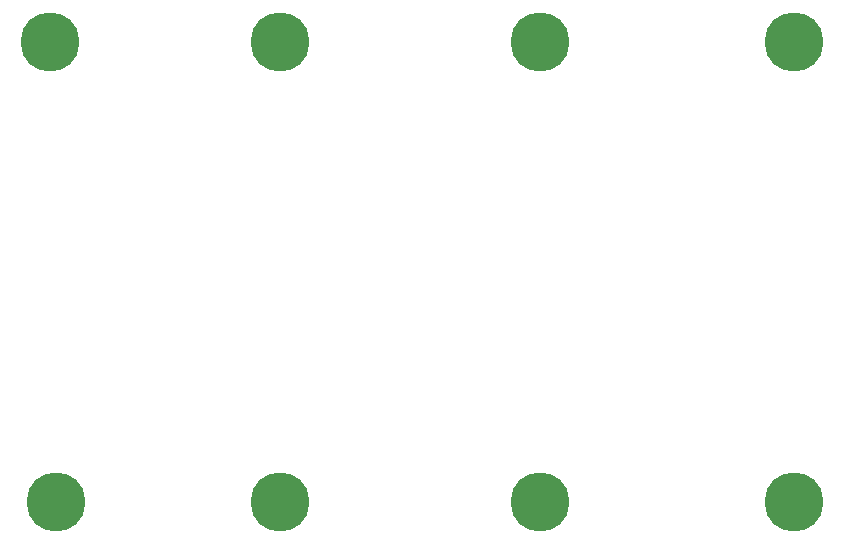
<source format=gts>
G04 #@! TF.GenerationSoftware,KiCad,Pcbnew,8.0.2-1.fc40*
G04 #@! TF.CreationDate,2024-05-26T13:30:04-07:00*
G04 #@! TF.ProjectId,busicard-middle,62757369-6361-4726-942d-6d6964646c65,rev?*
G04 #@! TF.SameCoordinates,Original*
G04 #@! TF.FileFunction,Soldermask,Top*
G04 #@! TF.FilePolarity,Negative*
%FSLAX46Y46*%
G04 Gerber Fmt 4.6, Leading zero omitted, Abs format (unit mm)*
G04 Created by KiCad (PCBNEW 8.0.2-1.fc40) date 2024-05-26 13:30:04*
%MOMM*%
%LPD*%
G01*
G04 APERTURE LIST*
%ADD10C,5.000000*%
G04 APERTURE END LIST*
D10*
G04 #@! TO.C,TP9*
X175000000Y-119500000D03*
G04 #@! TD*
G04 #@! TO.C,TP1*
X175000000Y-80500000D03*
G04 #@! TD*
G04 #@! TO.C,TP10*
X133500000Y-80500000D03*
G04 #@! TD*
G04 #@! TO.C,TP5*
X196500000Y-119500000D03*
G04 #@! TD*
G04 #@! TO.C,TP6*
X196500000Y-80500000D03*
G04 #@! TD*
G04 #@! TO.C,TP8*
X153000000Y-80500000D03*
G04 #@! TD*
G04 #@! TO.C,TP4*
X134000000Y-119500000D03*
G04 #@! TD*
G04 #@! TO.C,TP7*
X153000000Y-119500000D03*
G04 #@! TD*
M02*

</source>
